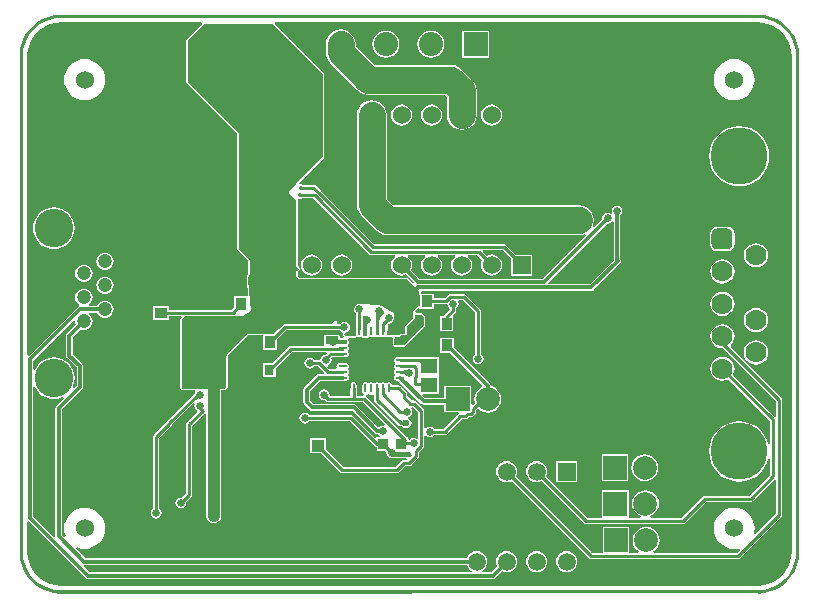
<source format=gbl>
G04 Layer_Physical_Order=2*
G04 Layer_Color=11436288*
%FSLAX24Y24*%
%MOIN*%
G70*
G01*
G75*
%ADD14R,0.0413X0.0394*%
%ADD16C,0.0100*%
%ADD17C,0.1575*%
%ADD18C,0.0886*%
%ADD20C,0.0118*%
%ADD22C,0.0492*%
%ADD23C,0.0394*%
%ADD24C,0.0197*%
%ADD33C,0.0600*%
%ADD34C,0.0472*%
%ADD35C,0.1280*%
%ADD36C,0.0591*%
%ADD37R,0.0591X0.0591*%
%ADD38C,0.0700*%
G04:AMPARAMS|DCode=39|XSize=70mil|YSize=70mil|CornerRadius=17.5mil|HoleSize=0mil|Usage=FLASHONLY|Rotation=90.000|XOffset=0mil|YOffset=0mil|HoleType=Round|Shape=RoundedRectangle|*
%AMROUNDEDRECTD39*
21,1,0.0700,0.0350,0,0,90.0*
21,1,0.0350,0.0700,0,0,90.0*
1,1,0.0350,0.0175,0.0175*
1,1,0.0350,0.0175,-0.0175*
1,1,0.0350,-0.0175,-0.0175*
1,1,0.0350,-0.0175,0.0175*
%
%ADD39ROUNDEDRECTD39*%
%ADD40C,0.1900*%
%ADD41R,0.0600X0.0600*%
%ADD42C,0.0787*%
%ADD43R,0.0787X0.0787*%
%ADD44C,0.1378*%
%ADD45R,0.1378X0.1378*%
%ADD46C,0.0800*%
%ADD47R,0.0800X0.0800*%
%ADD48C,0.0256*%
%ADD49C,0.0252*%
%ADD50C,0.0138*%
%ADD51C,0.0394*%
%ADD52C,0.0236*%
%ADD53R,0.0591X0.1102*%
%ADD54R,0.0354X0.0394*%
%ADD55R,0.0374X0.0413*%
%ADD56R,0.0433X0.0354*%
%ADD57R,0.0571X0.0512*%
%ADD58R,0.0315X0.0354*%
%ADD59R,0.0354X0.0354*%
%ADD60O,0.0315X0.0098*%
%ADD61O,0.0098X0.0315*%
%ADD62R,0.1457X0.1457*%
%ADD63C,0.0051*%
%ADD64C,0.0138*%
%ADD65C,0.1280*%
%ADD66R,0.1141X0.2780*%
%ADD67R,0.0188X0.0182*%
%ADD68R,0.0184X0.0523*%
%ADD69R,0.0551X0.0177*%
%ADD70R,0.0424X0.0284*%
%ADD71R,0.0148X0.0659*%
G36*
X28563Y45066D02*
X28774Y45015D01*
X28974Y44932D01*
X29159Y44819D01*
X29324Y44678D01*
X29465Y44513D01*
X29578Y44328D01*
X29661Y44128D01*
X29712Y43917D01*
X29728Y43705D01*
X29725Y43701D01*
X29725D01*
X29729Y27165D01*
X29712Y26949D01*
X29661Y26738D01*
X29578Y26538D01*
X29465Y26353D01*
X29324Y26188D01*
X29159Y26047D01*
X28974Y25934D01*
X28774Y25851D01*
X28563Y25800D01*
X28351Y25783D01*
X28346Y25787D01*
Y25787D01*
X5118Y25783D01*
X4902Y25800D01*
X4691Y25851D01*
X4491Y25934D01*
X4306Y26047D01*
X4141Y26188D01*
X4000Y26353D01*
X3886Y26538D01*
X3803Y26738D01*
X3753Y26949D01*
X3736Y27161D01*
X3740Y27165D01*
X3740D01*
X3736Y43701D01*
X3753Y43917D01*
X3803Y44128D01*
X3886Y44328D01*
X4000Y44513D01*
X4141Y44678D01*
X4306Y44819D01*
X4491Y44932D01*
X4691Y45015D01*
X4902Y45066D01*
X5114Y45083D01*
X5118Y45079D01*
Y45079D01*
X28346Y45083D01*
X28563Y45066D01*
D02*
G37*
%LPC*%
G36*
X28346Y44976D02*
Y44974D01*
X5118D01*
Y44976D01*
X4919Y44961D01*
X4724Y44914D01*
X4539Y44837D01*
X4368Y44733D01*
X4216Y44603D01*
X4086Y44451D01*
X3982Y44280D01*
X3905Y44095D01*
X3858Y43900D01*
X3846Y43750D01*
X3846Y43750D01*
X3846Y43750D01*
X3843Y43701D01*
X3845Y43701D01*
X3845D01*
Y27165D01*
X3843D01*
X3858Y26966D01*
X3905Y26771D01*
X3982Y26586D01*
X4086Y26416D01*
X4216Y26263D01*
X4368Y26133D01*
X4539Y26029D01*
X4724Y25952D01*
X4919Y25905D01*
X5118Y25890D01*
Y25892D01*
X28346D01*
Y25890D01*
X28546Y25905D01*
X28741Y25952D01*
X28926Y26029D01*
X29096Y26133D01*
X29248Y26263D01*
X29378Y26416D01*
X29483Y26586D01*
X29560Y26771D01*
X29606Y26966D01*
X29622Y27165D01*
X29620D01*
Y43701D01*
X29622D01*
X29606Y43900D01*
X29560Y44095D01*
X29483Y44280D01*
X29378Y44451D01*
X29248Y44603D01*
X29096Y44733D01*
X28926Y44837D01*
X28741Y44914D01*
X28546Y44961D01*
X28346Y44976D01*
D02*
G37*
%LPD*%
G36*
X5594Y34872D02*
X5592Y34858D01*
X5602Y34783D01*
X5615Y34751D01*
X5319Y34454D01*
X5295Y34418D01*
X5286Y34375D01*
Y33716D01*
X5295Y33673D01*
X5319Y33636D01*
X5636Y33320D01*
Y32723D01*
X5549Y32636D01*
X5508Y32666D01*
X5524Y32695D01*
X5563Y32825D01*
X5576Y32961D01*
X5563Y33096D01*
X5524Y33226D01*
X5459Y33346D01*
X5373Y33452D01*
X5268Y33538D01*
X5148Y33602D01*
X5017Y33642D01*
X4882Y33655D01*
X4746Y33642D01*
X4616Y33602D01*
X4496Y33538D01*
X4391Y33452D01*
X4304Y33346D01*
X4250Y33245D01*
X4200Y33257D01*
Y33549D01*
X5546Y34895D01*
X5594Y34872D01*
D02*
G37*
G36*
X17135Y35062D02*
X17135D01*
X17208Y34989D01*
Y34728D01*
X16552Y34071D01*
X16235D01*
X16233Y34263D01*
X16241Y34310D01*
X16266Y34335D01*
X16313Y34344D01*
X16378D01*
X16417Y34360D01*
X16450Y34393D01*
X16585D01*
X16624Y34410D01*
X16640Y34449D01*
Y34682D01*
X16890Y34931D01*
X16906Y34970D01*
Y35069D01*
X17088Y35070D01*
X17135Y35062D01*
D02*
G37*
G36*
X15423Y32415D02*
X15463Y32407D01*
X15502Y32415D01*
X15506Y32418D01*
X15556Y32392D01*
Y32234D01*
X15564Y32195D01*
X15587Y32161D01*
X16364Y31384D01*
X16397Y31361D01*
X16437Y31354D01*
X16499D01*
X16512Y31335D01*
X16568Y31297D01*
X16634Y31284D01*
X16700Y31297D01*
X16756Y31335D01*
X16793Y31391D01*
X16806Y31457D01*
X16793Y31523D01*
X16756Y31579D01*
X16700Y31616D01*
X16670Y31622D01*
Y31673D01*
X16714Y31682D01*
X16773Y31721D01*
X16812Y31781D01*
X16826Y31850D01*
X16812Y31920D01*
X16787Y31958D01*
X16808Y32002D01*
X16853Y32007D01*
X17023Y31837D01*
Y30961D01*
X16973Y30934D01*
X16940Y30956D01*
X16870Y30970D01*
X16800Y30956D01*
X16741Y30917D01*
X16741Y30916D01*
X16688Y30927D01*
X16685Y30939D01*
Y30996D01*
X16640D01*
X15289Y32347D01*
X15270Y32359D01*
X15282Y32411D01*
X15305Y32415D01*
X15338Y32437D01*
X15390D01*
X15423Y32415D01*
D02*
G37*
G36*
X28346Y44829D02*
X28523Y44815D01*
X28695Y44774D01*
X28859Y44706D01*
X29010Y44614D01*
X29144Y44499D01*
X29259Y44364D01*
X29352Y44213D01*
X29420Y44049D01*
X29461Y43877D01*
X29475Y43701D01*
X29475D01*
Y27165D01*
X29475D01*
X29461Y26989D01*
X29420Y26817D01*
X29352Y26653D01*
X29259Y26502D01*
X29144Y26367D01*
X29010Y26252D01*
X28859Y26160D01*
X28695Y26092D01*
X28523Y26051D01*
X28346Y26037D01*
Y26037D01*
X5118D01*
Y26037D01*
X4942Y26051D01*
X4769Y26092D01*
X4606Y26160D01*
X4455Y26252D01*
X4320Y26367D01*
X4205Y26502D01*
X4113Y26653D01*
X4045Y26817D01*
X4004Y26989D01*
X3990Y27165D01*
X3990D01*
Y28182D01*
X4040Y28203D01*
X5944Y26298D01*
X5981Y26274D01*
X6024Y26266D01*
X19504D01*
X19547Y26274D01*
X19583Y26298D01*
X19820Y26535D01*
X19882Y26509D01*
X19972Y26497D01*
X20063Y26509D01*
X20147Y26544D01*
X20220Y26599D01*
X20275Y26672D01*
X20310Y26756D01*
X20322Y26846D01*
X20310Y26937D01*
X20275Y27021D01*
X20220Y27094D01*
X20147Y27149D01*
X20063Y27184D01*
X19972Y27196D01*
X19882Y27184D01*
X19798Y27149D01*
X19725Y27094D01*
X19670Y27021D01*
X19635Y26937D01*
X19623Y26846D01*
X19635Y26756D01*
X19661Y26694D01*
X19457Y26490D01*
X19149D01*
X19139Y26540D01*
X19147Y26544D01*
X19220Y26599D01*
X19275Y26672D01*
X19310Y26756D01*
X19322Y26846D01*
X19310Y26937D01*
X19275Y27021D01*
X19220Y27094D01*
X19147Y27149D01*
X19063Y27184D01*
X18972Y27196D01*
X18882Y27184D01*
X18798Y27149D01*
X18725Y27094D01*
X18670Y27021D01*
X18644Y26959D01*
X5936D01*
X5617Y27278D01*
X5644Y27320D01*
X5772Y27282D01*
X5906Y27268D01*
X6039Y27282D01*
X6167Y27320D01*
X6286Y27384D01*
X6389Y27469D01*
X6475Y27573D01*
X6538Y27691D01*
X6577Y27819D01*
X6590Y27953D01*
X6577Y28086D01*
X6538Y28215D01*
X6475Y28333D01*
X6389Y28437D01*
X6286Y28522D01*
X6167Y28585D01*
X6039Y28624D01*
X5906Y28637D01*
X5772Y28624D01*
X5644Y28585D01*
X5525Y28522D01*
X5422Y28437D01*
X5336Y28333D01*
X5273Y28215D01*
X5234Y28086D01*
X5221Y27953D01*
X5234Y27819D01*
X5273Y27691D01*
X5231Y27665D01*
X5153Y27742D01*
Y31923D01*
X5828Y32597D01*
X5852Y32633D01*
X5860Y32676D01*
Y33366D01*
X5852Y33409D01*
X5828Y33446D01*
X5511Y33762D01*
Y34328D01*
X5774Y34592D01*
X5807Y34578D01*
X5882Y34568D01*
X5957Y34578D01*
X6027Y34607D01*
X6087Y34653D01*
X6133Y34713D01*
X6162Y34783D01*
X6172Y34858D01*
X6162Y34933D01*
X6133Y35003D01*
X6087Y35063D01*
X6042Y35097D01*
X6059Y35147D01*
X6318D01*
X6332Y35115D01*
X6378Y35055D01*
X6438Y35009D01*
X6508Y34980D01*
X6583Y34970D01*
X6658Y34980D01*
X6728Y35009D01*
X6788Y35055D01*
X6834Y35115D01*
X6863Y35185D01*
X6873Y35260D01*
X6863Y35335D01*
X6834Y35405D01*
X6788Y35465D01*
X6728Y35511D01*
X6658Y35540D01*
X6583Y35550D01*
X6508Y35540D01*
X6438Y35511D01*
X6378Y35465D01*
X6332Y35405D01*
X6318Y35372D01*
X6064D01*
X6047Y35422D01*
X6087Y35452D01*
X6133Y35513D01*
X6162Y35582D01*
X6172Y35657D01*
X6162Y35733D01*
X6133Y35802D01*
X6087Y35862D01*
X6027Y35909D01*
X5957Y35937D01*
X5882Y35947D01*
X5807Y35937D01*
X5737Y35909D01*
X5677Y35862D01*
X5631Y35802D01*
X5602Y35733D01*
X5592Y35657D01*
X5602Y35582D01*
X5631Y35513D01*
X5677Y35452D01*
X5723Y35417D01*
X5714Y35366D01*
X5713Y35365D01*
X5709Y35364D01*
X5672Y35339D01*
X4040Y33706D01*
X3990Y33727D01*
Y43651D01*
X3990Y43693D01*
X3998Y43701D01*
X3998D01*
X3998Y43701D01*
X3998Y43701D01*
X3994Y43751D01*
X4004Y43877D01*
X4045Y44049D01*
X4113Y44213D01*
X4205Y44364D01*
X4320Y44499D01*
X4455Y44614D01*
X4606Y44706D01*
X4769Y44774D01*
X4942Y44815D01*
X5118Y44829D01*
Y44829D01*
X9799D01*
X9814Y44810D01*
X9821Y44779D01*
X9309Y44267D01*
X9305Y44257D01*
X9297Y44249D01*
X9293Y44239D01*
X9293Y44228D01*
X9293Y44228D01*
X9289Y44218D01*
Y42837D01*
X9293Y42827D01*
Y42816D01*
X9297Y42806D01*
X9305Y42799D01*
X9305Y42798D01*
X9305D01*
X9309Y42788D01*
X10974Y41124D01*
X10982Y41105D01*
Y37293D01*
X10986Y37283D01*
X10986Y37282D01*
Y37271D01*
X10990Y37262D01*
X10998Y37254D01*
X11002Y37244D01*
X11346Y36899D01*
X11347Y36898D01*
X11347Y36898D01*
Y36898D01*
X11354Y36880D01*
Y36431D01*
X11346Y36412D01*
X11341Y36407D01*
X11340Y36406D01*
X11340Y36405D01*
X11334Y36399D01*
X11329Y36389D01*
X11322Y36381D01*
X11318Y36372D01*
X11318Y36361D01*
X11317Y36360D01*
Y36360D01*
X11313Y36350D01*
Y36225D01*
X11314Y36222D01*
X11314Y36220D01*
X11360Y35728D01*
X11326Y35691D01*
X10894D01*
Y35341D01*
X10794Y35241D01*
X8732D01*
Y35366D01*
X8197D01*
Y34909D01*
X8732D01*
Y35035D01*
X9118D01*
X9126Y35030D01*
X9127Y35030D01*
X9146Y34985D01*
X9109Y34948D01*
X9105Y34938D01*
X9097Y34930D01*
X9093Y34920D01*
X9093Y34909D01*
X9093Y34909D01*
Y34909D01*
X9088Y34899D01*
Y32635D01*
X9093Y32624D01*
X9093Y32613D01*
X9097Y32604D01*
X9105Y32596D01*
X9109Y32586D01*
X9118Y32577D01*
X9128Y32573D01*
X9136Y32565D01*
X9145Y32561D01*
X9156Y32561D01*
X9157Y32561D01*
X9157Y32561D01*
X9167Y32557D01*
X9578D01*
X9599Y32530D01*
X9600Y32516D01*
X9599Y32499D01*
X9587Y32481D01*
X9583Y32461D01*
X8650Y31528D01*
X8628Y31495D01*
X8626Y31485D01*
X8214Y31074D01*
X8192Y31040D01*
X8184Y31001D01*
Y28611D01*
X8158Y28594D01*
X8119Y28534D01*
X8105Y28465D01*
X8119Y28395D01*
X8158Y28335D01*
X8218Y28296D01*
X8287Y28282D01*
X8357Y28296D01*
X8417Y28335D01*
X8456Y28395D01*
X8470Y28465D01*
X8456Y28534D01*
X8417Y28594D01*
X8391Y28611D01*
Y30958D01*
X8806Y31373D01*
X8828Y31407D01*
X8830Y31416D01*
X9534Y32120D01*
X9580Y32095D01*
X9569Y32044D01*
X9583Y31975D01*
X9622Y31916D01*
X9650Y31897D01*
X9658Y31834D01*
X9322Y31499D01*
X9300Y31465D01*
X9292Y31426D01*
Y29120D01*
X9147Y28976D01*
X9117Y28982D01*
X9047Y28968D01*
X8987Y28928D01*
X8948Y28869D01*
X8934Y28799D01*
X8948Y28729D01*
X8987Y28670D01*
X9047Y28630D01*
X9117Y28617D01*
X9186Y28630D01*
X9246Y28670D01*
X9285Y28729D01*
X9299Y28799D01*
X9293Y28830D01*
X9468Y29005D01*
X9490Y29038D01*
X9498Y29078D01*
Y31383D01*
X9903Y31787D01*
X9953Y31769D01*
Y28372D01*
X9972Y28276D01*
X10027Y28194D01*
X10109Y28139D01*
X10206Y28120D01*
X10302Y28139D01*
X10384Y28194D01*
X10439Y28276D01*
X10458Y28372D01*
Y32557D01*
X10559D01*
X10570Y32561D01*
X10581Y32561D01*
X10590Y32565D01*
X10598Y32573D01*
X10608Y32577D01*
X10659Y32627D01*
X10663Y32637D01*
X10663Y32637D01*
X10671Y32645D01*
X10675Y32655D01*
Y32666D01*
X10679Y32676D01*
Y33695D01*
X10687Y33714D01*
X11358Y34385D01*
X11376Y34393D01*
X11821D01*
X11858Y34390D01*
Y33906D01*
X12315D01*
Y34236D01*
X12631Y34552D01*
X14420D01*
X14438Y34526D01*
X14497Y34487D01*
X14503Y34474D01*
X14504Y34434D01*
X14501Y34428D01*
X14505Y34419D01*
X14504Y34410D01*
X14513Y34400D01*
X14518Y34389D01*
X14549Y34357D01*
X14528Y34307D01*
X14416D01*
Y34360D01*
X14400Y34399D01*
X14361Y34416D01*
X13937D01*
X13898Y34399D01*
X13882Y34360D01*
Y34076D01*
X13856Y34037D01*
X12773D01*
X12733Y34030D01*
X12700Y34007D01*
X12149Y33457D01*
X11858D01*
Y33000D01*
X12276D01*
Y33291D01*
X12816Y33831D01*
X13961D01*
X13980Y33785D01*
X13927Y33732D01*
X13884Y33723D01*
X13825Y33684D01*
X13786Y33625D01*
X13781Y33600D01*
X13726Y33562D01*
X13561D01*
X13544Y33588D01*
X13485Y33628D01*
X13415Y33642D01*
X13345Y33628D01*
X13286Y33588D01*
X13246Y33529D01*
X13232Y33459D01*
X13246Y33389D01*
X13286Y33330D01*
X13345Y33290D01*
X13415Y33276D01*
X13485Y33290D01*
X13544Y33330D01*
X13561Y33356D01*
X13683D01*
X13872Y33167D01*
X13894Y33145D01*
X13874Y33095D01*
X13714D01*
X13671Y33086D01*
X13634Y33062D01*
X13235Y32662D01*
X13210Y32626D01*
X13202Y32583D01*
Y32164D01*
X13210Y32121D01*
X13235Y32084D01*
X13412Y31907D01*
X13449Y31882D01*
X13492Y31874D01*
X14841D01*
X15584Y31131D01*
X15620Y31107D01*
X15663Y31098D01*
X15696D01*
X15707Y31081D01*
X15760Y31046D01*
X15760Y31022D01*
X15752Y30996D01*
X15638D01*
Y30991D01*
X15592Y30972D01*
X14868Y31695D01*
X14835Y31717D01*
X14795Y31725D01*
X13392D01*
X13375Y31751D01*
X13316Y31791D01*
X13246Y31805D01*
X13176Y31791D01*
X13117Y31751D01*
X13077Y31692D01*
X13063Y31622D01*
X13077Y31552D01*
X13117Y31493D01*
X13176Y31453D01*
X13246Y31439D01*
X13316Y31453D01*
X13375Y31493D01*
X13392Y31519D01*
X14753D01*
X15577Y30695D01*
X15610Y30672D01*
X15638Y30667D01*
Y30539D01*
X15926D01*
X15964Y30496D01*
X15960Y30474D01*
X15974Y30405D01*
X16013Y30345D01*
X16072Y30306D01*
X16142Y30292D01*
X16212Y30306D01*
X16219Y30310D01*
X16220Y30310D01*
X16635D01*
X16662Y30260D01*
X16653Y30247D01*
X16561D01*
X16522Y30239D01*
X16488Y30217D01*
X16276Y30005D01*
X14531D01*
X13939Y30597D01*
Y30957D01*
X13423D01*
Y30461D01*
X13783D01*
X14415Y29829D01*
X14449Y29806D01*
X14488Y29798D01*
X16319D01*
X16358Y29806D01*
X16392Y29829D01*
X16604Y30041D01*
X16731D01*
X16771Y30049D01*
X16804Y30071D01*
X17033Y30300D01*
X17055Y30333D01*
X17063Y30373D01*
Y30500D01*
X17199Y30636D01*
X17221Y30669D01*
X17229Y30709D01*
Y31022D01*
X17279Y31037D01*
X17338Y30998D01*
X17408Y30984D01*
X17478Y30998D01*
X17537Y31037D01*
X17554Y31063D01*
X17911D01*
X17951Y31071D01*
X17984Y31094D01*
X18476Y31585D01*
X18600D01*
X18639Y31593D01*
X18673Y31615D01*
X18723Y31666D01*
X18782D01*
X18822Y31674D01*
X18855Y31696D01*
X18914Y31755D01*
X18937Y31789D01*
X18944Y31828D01*
Y31887D01*
X19005Y31948D01*
X19029Y31946D01*
X19122Y31875D01*
X19230Y31830D01*
X19346Y31815D01*
X19463Y31830D01*
X19571Y31875D01*
X19664Y31946D01*
X19735Y32039D01*
X19780Y32148D01*
X19795Y32264D01*
X19780Y32380D01*
X19735Y32488D01*
X19664Y32581D01*
X19571Y32652D01*
X19463Y32697D01*
X19457Y32698D01*
X19450Y32734D01*
X19426Y32770D01*
X18211Y33986D01*
Y34303D01*
X17754D01*
Y33807D01*
X18071D01*
X19164Y32715D01*
X19154Y32666D01*
X19122Y32652D01*
X19029Y32581D01*
X18958Y32488D01*
X18913Y32380D01*
X18898Y32264D01*
X18913Y32148D01*
X18913Y32148D01*
X18838Y32072D01*
X18791Y32091D01*
Y32709D01*
X17902D01*
Y32307D01*
X17252D01*
X17166Y32393D01*
X17185Y32439D01*
X17718D01*
Y33053D01*
X17719D01*
Y33069D01*
X17718D01*
Y33683D01*
X17045D01*
Y33676D01*
X16417D01*
X16413Y33675D01*
X16309D01*
X16270Y33667D01*
X16237Y33645D01*
X16214Y33612D01*
X16207Y33573D01*
X16214Y33534D01*
X16237Y33500D01*
Y33448D01*
X16214Y33415D01*
X16207Y33376D01*
X16214Y33337D01*
X16237Y33304D01*
Y33252D01*
X16214Y33218D01*
X16207Y33179D01*
X16214Y33140D01*
X16237Y33107D01*
Y33055D01*
X16214Y33021D01*
X16207Y32982D01*
X16214Y32943D01*
X16237Y32910D01*
X16270Y32888D01*
X16309Y32880D01*
X16361D01*
X17126Y32115D01*
X17162Y32091D01*
X17205Y32082D01*
X17902D01*
Y31819D01*
X18357D01*
X18372Y31769D01*
X18360Y31761D01*
X17869Y31270D01*
X17554D01*
X17537Y31296D01*
X17478Y31335D01*
X17408Y31349D01*
X17338Y31335D01*
X17279Y31296D01*
X17229Y31311D01*
Y31880D01*
X17221Y31919D01*
X17199Y31953D01*
X16963Y32188D01*
X16930Y32211D01*
X16891Y32219D01*
X16812D01*
X16667Y32363D01*
Y32442D01*
X16659Y32481D01*
X16637Y32515D01*
X16461Y32691D01*
X16427Y32713D01*
X16388Y32721D01*
X16156D01*
Y32726D01*
X16148Y32766D01*
X16126Y32799D01*
X16092Y32821D01*
X16053Y32829D01*
X16014Y32821D01*
X15981Y32799D01*
X15929D01*
X15895Y32821D01*
X15856Y32829D01*
X15817Y32821D01*
X15784Y32799D01*
X15732D01*
X15699Y32821D01*
X15659Y32829D01*
X15620Y32821D01*
X15587Y32799D01*
X15535D01*
X15502Y32821D01*
X15463Y32829D01*
X15423Y32821D01*
X15390Y32799D01*
X15338D01*
X15305Y32821D01*
X15266Y32829D01*
X15227Y32821D01*
X15193Y32799D01*
X15171Y32766D01*
X15163Y32726D01*
Y32510D01*
X15171Y32471D01*
X15193Y32437D01*
X15209Y32427D01*
X15194Y32377D01*
X14975D01*
Y32618D01*
X14974Y32622D01*
Y32726D01*
X14967Y32766D01*
X14944Y32799D01*
X14911Y32821D01*
X14872Y32829D01*
X14833Y32821D01*
X14800Y32799D01*
X14777Y32766D01*
X14770Y32726D01*
Y32622D01*
X14769Y32618D01*
Y32377D01*
X14103D01*
X14081Y32404D01*
X14067Y32473D01*
X14028Y32533D01*
X13968Y32572D01*
X13898Y32586D01*
X13829Y32572D01*
X13769Y32533D01*
X13730Y32473D01*
X13716Y32404D01*
X13730Y32334D01*
X13769Y32274D01*
X13829Y32235D01*
X13898Y32221D01*
X13914Y32224D01*
X13937Y32201D01*
X13971Y32178D01*
X14010Y32170D01*
X15174D01*
X15916Y31429D01*
X15891Y31382D01*
X15837Y31393D01*
X15767Y31379D01*
X15707Y31340D01*
X15694Y31339D01*
X14967Y32066D01*
X14931Y32090D01*
X14888Y32099D01*
X13538D01*
X13427Y32210D01*
Y32536D01*
X13760Y32870D01*
X14508D01*
X14551Y32878D01*
X14553Y32880D01*
X14616D01*
X14655Y32888D01*
X14689Y32910D01*
X14711Y32943D01*
X14718Y32982D01*
X14711Y33021D01*
X14689Y33055D01*
Y33107D01*
X14711Y33140D01*
X14718Y33179D01*
X14711Y33218D01*
X14689Y33252D01*
Y33304D01*
X14711Y33337D01*
X14718Y33376D01*
X14711Y33415D01*
X14689Y33448D01*
X14655Y33471D01*
X14616Y33478D01*
X14400D01*
X14360Y33471D01*
X14327Y33448D01*
X14305Y33415D01*
X14297Y33376D01*
X14305Y33337D01*
X14308Y33332D01*
X14281Y33282D01*
X14049D01*
X14018Y33313D01*
X13996Y33335D01*
X14010Y33383D01*
X14024Y33386D01*
X14083Y33426D01*
X14123Y33485D01*
X14137Y33555D01*
X14123Y33625D01*
X14118Y33632D01*
X14153Y33667D01*
X14508D01*
X14512Y33667D01*
X14616D01*
X14655Y33675D01*
X14689Y33697D01*
X14711Y33731D01*
X14718Y33770D01*
X14711Y33809D01*
X14689Y33842D01*
Y33894D01*
X14711Y33927D01*
X14718Y33967D01*
X14711Y34006D01*
X14689Y34039D01*
X14687Y34040D01*
X14701Y34075D01*
Y34110D01*
X14711Y34124D01*
X14718Y34163D01*
X14711Y34203D01*
X14701Y34217D01*
Y34252D01*
X14698Y34261D01*
X14731Y34311D01*
X14902Y34312D01*
X14931D01*
X14933Y34312D01*
X14934Y34312D01*
X14948Y34319D01*
X14970Y34328D01*
X14970D01*
X15017Y34333D01*
X15030Y34325D01*
X15069Y34317D01*
X15108Y34325D01*
X15118Y34331D01*
X15151Y34321D01*
X15191Y34305D01*
X15339D01*
X15378Y34321D01*
X15423Y34325D01*
X15463Y34317D01*
X15502Y34325D01*
X15526Y34341D01*
X15541Y34347D01*
X15587Y34347D01*
X15620Y34325D01*
X15659Y34317D01*
X15699Y34325D01*
X15714Y34335D01*
X15724Y34335D01*
X15726Y34335D01*
X15728Y34334D01*
X15746Y34342D01*
X15764Y34347D01*
X15808Y34330D01*
X15811Y34329D01*
X15817Y34325D01*
X15856Y34317D01*
X15895Y34325D01*
X15919Y34341D01*
X15929Y34347D01*
X15929Y34347D01*
X15930Y34347D01*
X15973Y34347D01*
X15986Y34343D01*
X16014Y34325D01*
X16053Y34317D01*
X16092Y34325D01*
X16121Y34344D01*
X16143D01*
X16151Y34340D01*
X16182Y34294D01*
X16179Y34271D01*
X16180Y34267D01*
X16178Y34262D01*
X16179Y34071D01*
X16187Y34051D01*
X16195Y34032D01*
X16196Y34032D01*
X16196Y34032D01*
X16215Y34024D01*
X16235Y34016D01*
X16552D01*
X16580Y34027D01*
X16591Y34032D01*
X16919Y34360D01*
X17248Y34688D01*
X17264Y34728D01*
Y34989D01*
X17248Y35029D01*
X17175Y35102D01*
X17159Y35108D01*
X17144Y35117D01*
X17097Y35124D01*
X17092Y35123D01*
X17088Y35125D01*
X16973Y35125D01*
X16928Y35169D01*
X16928Y35200D01*
X17035Y35307D01*
X17043Y35305D01*
X17085Y35283D01*
X17085D01*
X17134Y35283D01*
X17541D01*
Y35428D01*
X17962D01*
X18017Y35391D01*
X18022Y35366D01*
X18062Y35307D01*
X18068Y35303D01*
X18072Y35246D01*
X17899Y35073D01*
X17877Y35039D01*
X17876Y35031D01*
X17744D01*
Y34535D01*
X18201D01*
Y35031D01*
X18201Y35031D01*
X18201D01*
X18196Y35078D01*
X18264Y35146D01*
X18286Y35179D01*
X18294Y35219D01*
Y35290D01*
X18320Y35307D01*
X18360Y35366D01*
X18374Y35436D01*
X18360Y35506D01*
X18352Y35518D01*
X18375Y35563D01*
X18510D01*
X18924Y35149D01*
Y33757D01*
X18898Y33740D01*
X18858Y33681D01*
X18844Y33611D01*
X18858Y33541D01*
X18898Y33481D01*
X18957Y33442D01*
X19027Y33428D01*
X19097Y33442D01*
X19156Y33481D01*
X19196Y33541D01*
X19209Y33611D01*
X19196Y33681D01*
X19156Y33740D01*
X19130Y33757D01*
Y35191D01*
X19122Y35231D01*
X19113Y35244D01*
X19100Y35264D01*
X18625Y35739D01*
X18592Y35761D01*
X18552Y35769D01*
X18096D01*
X18057Y35761D01*
X18023Y35739D01*
X17919Y35635D01*
X17541D01*
Y35780D01*
X17123D01*
Y35834D01*
X17134Y35847D01*
X17169Y35872D01*
X22802D01*
X22845Y35880D01*
X22882Y35905D01*
X23767Y36790D01*
X23792Y36827D01*
X23800Y36870D01*
X23792Y36913D01*
X23767Y36949D01*
X23765Y36952D01*
Y38388D01*
X23782Y38400D01*
X23821Y38459D01*
X23835Y38529D01*
X23821Y38599D01*
X23782Y38658D01*
X23722Y38697D01*
X23652Y38711D01*
X23582Y38697D01*
X23523Y38658D01*
X23484Y38599D01*
X23470Y38529D01*
X23482Y38467D01*
X23464Y38447D01*
X23442Y38434D01*
X23408Y38456D01*
X23338Y38470D01*
X23268Y38456D01*
X23209Y38417D01*
X23169Y38357D01*
X23155Y38287D01*
X23159Y38268D01*
X22878Y37987D01*
X22836Y38015D01*
X22869Y38095D01*
X22886Y38224D01*
X22869Y38353D01*
X22819Y38473D01*
X22740Y38576D01*
X22637Y38656D01*
X22516Y38705D01*
X22387Y38722D01*
X16196D01*
X15971Y38948D01*
Y41732D01*
X15954Y41861D01*
X15904Y41981D01*
X15825Y42085D01*
X15722Y42164D01*
X15601Y42214D01*
X15472Y42231D01*
X15343Y42214D01*
X15223Y42164D01*
X15120Y42085D01*
X15041Y41981D01*
X14991Y41861D01*
X14974Y41732D01*
Y38741D01*
X14991Y38612D01*
X15041Y38492D01*
X15120Y38389D01*
X15637Y37872D01*
X15741Y37792D01*
X15861Y37743D01*
X15990Y37726D01*
X22387D01*
X22516Y37743D01*
X22597Y37776D01*
X22625Y37733D01*
X21173Y36282D01*
X17082D01*
X16788Y36576D01*
X16815Y36641D01*
X16827Y36732D01*
X16815Y36824D01*
X16779Y36909D01*
X16723Y36983D01*
X16684Y37013D01*
X16700Y37063D01*
X17244D01*
X17261Y37013D01*
X17222Y36983D01*
X17166Y36909D01*
X17130Y36824D01*
X17118Y36732D01*
X17130Y36641D01*
X17166Y36555D01*
X17222Y36482D01*
X17295Y36426D01*
X17381Y36390D01*
X17472Y36378D01*
X17564Y36390D01*
X17650Y36426D01*
X17723Y36482D01*
X17779Y36555D01*
X17815Y36641D01*
X17827Y36732D01*
X17815Y36824D01*
X17779Y36909D01*
X17723Y36983D01*
X17684Y37013D01*
X17700Y37063D01*
X18244D01*
X18261Y37013D01*
X18222Y36983D01*
X18166Y36909D01*
X18130Y36824D01*
X18118Y36732D01*
X18130Y36641D01*
X18166Y36555D01*
X18222Y36482D01*
X18295Y36426D01*
X18381Y36390D01*
X18472Y36378D01*
X18564Y36390D01*
X18650Y36426D01*
X18723Y36482D01*
X18779Y36555D01*
X18815Y36641D01*
X18827Y36732D01*
X18815Y36824D01*
X18779Y36909D01*
X18723Y36983D01*
X18684Y37013D01*
X18700Y37063D01*
X18996D01*
X19161Y36898D01*
X19130Y36824D01*
X19118Y36732D01*
X19130Y36641D01*
X19166Y36555D01*
X19222Y36482D01*
X19295Y36426D01*
X19381Y36390D01*
X19472Y36378D01*
X19564Y36390D01*
X19650Y36426D01*
X19723Y36482D01*
X19779Y36555D01*
X19815Y36641D01*
X19827Y36732D01*
X19815Y36824D01*
X19779Y36909D01*
X19723Y36983D01*
X19650Y37039D01*
X19564Y37074D01*
X19472Y37086D01*
X19381Y37074D01*
X19307Y37044D01*
X19179Y37172D01*
X19198Y37218D01*
X19841D01*
X20121Y36938D01*
Y36381D01*
X20824D01*
Y37083D01*
X20267D01*
X19956Y37394D01*
X19923Y37417D01*
X19883Y37424D01*
X15565D01*
X13808Y39181D01*
X13808Y39181D01*
X13796Y39193D01*
X13605Y39384D01*
X13572Y39407D01*
X13532Y39415D01*
X13164D01*
X13150Y39425D01*
X13103Y39434D01*
X13083Y39430D01*
X13058Y39476D01*
X13877Y40294D01*
X13881Y40305D01*
X13889Y40312D01*
X13893Y40322D01*
X13893Y40333D01*
X13893Y40334D01*
X13897Y40343D01*
Y43082D01*
X13893Y43092D01*
Y43103D01*
X13889Y43113D01*
X13881Y43121D01*
X13877Y43131D01*
X12228Y44779D01*
X12236Y44810D01*
X12250Y44829D01*
X28346D01*
Y44829D01*
D02*
G37*
G36*
X23540Y38178D02*
Y36905D01*
X23544Y36885D01*
X22756Y36097D01*
X21371D01*
X21352Y36143D01*
X23318Y38109D01*
X23338Y38105D01*
X23408Y38119D01*
X23467Y38158D01*
X23490Y38193D01*
X23540Y38178D01*
D02*
G37*
G36*
X15391Y37093D02*
X15424Y37071D01*
X15464Y37063D01*
X16244D01*
X16261Y37013D01*
X16222Y36983D01*
X16166Y36909D01*
X16130Y36824D01*
X16118Y36732D01*
X16130Y36641D01*
X16166Y36555D01*
X16222Y36482D01*
X16295Y36426D01*
X16381Y36390D01*
X16472Y36378D01*
X16564Y36390D01*
X16629Y36417D01*
X16884Y36162D01*
X16884Y36162D01*
X16861Y36114D01*
X16861Y36114D01*
X16681Y36294D01*
X16671Y36298D01*
X16663Y36306D01*
X16653Y36310D01*
X16642Y36310D01*
X16642Y36310D01*
X16632Y36314D01*
X13073D01*
X13054Y36322D01*
X13021Y36355D01*
X13014Y36372D01*
X13013Y36374D01*
Y36519D01*
X13013Y36519D01*
X13047Y36541D01*
X13069Y36575D01*
X13077Y36614D01*
X13069Y36654D01*
X13047Y36687D01*
X13013Y36709D01*
X13013Y36709D01*
Y38861D01*
X13009Y38871D01*
Y38882D01*
X13005Y38892D01*
X12997Y38900D01*
X12997Y38900D01*
X13000Y38905D01*
X13034Y38942D01*
X13081Y38933D01*
X13128Y38942D01*
X13142Y38952D01*
X13532D01*
X15391Y37093D01*
D02*
G37*
G36*
X15630Y35276D02*
X15817D01*
X15886Y35207D01*
Y35128D01*
X15778Y35020D01*
X15735Y34850D01*
X15728Y34793D01*
Y34390D01*
X15610Y34400D01*
Y35295D01*
X15630Y35276D01*
D02*
G37*
G36*
X4304Y32575D02*
X4391Y32470D01*
X4496Y32383D01*
X4616Y32319D01*
X4746Y32279D01*
X4882Y32266D01*
X5017Y32279D01*
X5148Y32319D01*
X5176Y32334D01*
X5206Y32294D01*
X4960Y32047D01*
X4936Y32011D01*
X4927Y31968D01*
X4929Y31960D01*
Y27703D01*
X4911Y27690D01*
X4881Y27680D01*
X4200Y28360D01*
Y32664D01*
X4250Y32676D01*
X4304Y32575D01*
D02*
G37*
G36*
X18670Y26672D02*
X18725Y26599D01*
X18798Y26544D01*
X18806Y26540D01*
X18796Y26490D01*
X6070D01*
X5874Y26686D01*
X5884Y26716D01*
X5897Y26734D01*
X18644D01*
X18670Y26672D01*
D02*
G37*
G36*
X12176Y44754D02*
X12179Y44752D01*
X12181Y44748D01*
X13837Y43092D01*
X13842Y43082D01*
Y40343D01*
X13837Y40334D01*
X12961Y39457D01*
X12961Y39456D01*
X12960Y39456D01*
X12953Y39437D01*
X12948Y39426D01*
X12709Y39187D01*
Y39133D01*
X12725Y39118D01*
X12730Y39107D01*
X12737Y39088D01*
X12738Y39088D01*
X12738Y39087D01*
X12954Y38871D01*
X12958Y38861D01*
Y36695D01*
X12960Y36690D01*
X12959Y36684D01*
X12968Y36671D01*
X12971Y36664D01*
Y36564D01*
X12968Y36557D01*
X12959Y36544D01*
X12960Y36538D01*
X12958Y36533D01*
Y36363D01*
X12963Y36351D01*
X12974Y36323D01*
X13023Y36275D01*
X13062Y36258D01*
X13062D01*
D01*
X16632D01*
X16642Y36254D01*
X16858Y36038D01*
X16868Y36034D01*
X16876Y36026D01*
X16887D01*
X16889Y36026D01*
X17072Y35843D01*
X17068Y35834D01*
Y35768D01*
X17081Y35737D01*
Y35413D01*
X17042Y35374D01*
X17040Y35373D01*
X17029D01*
X17021Y35366D01*
X17011Y35361D01*
X16854Y35204D01*
X16850Y35196D01*
Y34970D01*
X16585Y34705D01*
Y34449D01*
X16427D01*
X16378Y34400D01*
X16004D01*
X15994Y34409D01*
X16004Y34669D01*
X16112Y34783D01*
X16240Y34911D01*
Y35089D01*
X16251Y35100D01*
X15829Y35355D01*
X15798Y35375D01*
X15793Y35376D01*
X15765Y35393D01*
X15074Y35438D01*
X15069Y35439D01*
X15066Y35438D01*
X14990Y35443D01*
X14902Y35347D01*
X14907Y35337D01*
X14900Y35326D01*
X14886Y35256D01*
X14900Y35186D01*
X14940Y35127D01*
X14966Y35109D01*
Y34606D01*
X14967Y34602D01*
Y34419D01*
X14968Y34410D01*
X14968Y34410D01*
X14930Y34367D01*
X14659Y34366D01*
X14612Y34373D01*
X14612D01*
X14557Y34428D01*
X14580Y34475D01*
X14637Y34487D01*
X14696Y34526D01*
X14736Y34586D01*
X14750Y34656D01*
X14736Y34725D01*
X14696Y34785D01*
X14637Y34824D01*
X14567Y34838D01*
X14497Y34824D01*
X14438Y34785D01*
X14420Y34759D01*
X14306D01*
X14305Y34903D01*
X14232Y34882D01*
X14144Y34759D01*
X12589D01*
X12549Y34751D01*
X12516Y34728D01*
X12378Y34591D01*
X12341Y34591D01*
X12186Y34435D01*
X11894D01*
X11891Y34436D01*
X11874Y34445D01*
X11825Y34448D01*
X11823Y34448D01*
X11821Y34448D01*
X11365D01*
X11326Y34432D01*
X10640Y33746D01*
X10623Y33706D01*
Y32676D01*
X10619Y32666D01*
X10569Y32616D01*
X10559Y32612D01*
X10446D01*
X10416Y32599D01*
X9623D01*
X9619Y32601D01*
X9608Y32610D01*
X9600Y32609D01*
X9592Y32612D01*
X9167D01*
X9157Y32616D01*
X9148Y32625D01*
X9144Y32635D01*
Y34899D01*
X9148Y34909D01*
X9201Y34961D01*
X9205Y34971D01*
X9213Y34979D01*
Y34990D01*
X9213Y34992D01*
X9250Y35028D01*
X11184D01*
X11465Y35191D01*
X11369Y36225D01*
Y36350D01*
X11373Y36360D01*
X11379Y36366D01*
X11380D01*
Y36367D01*
X11393Y36381D01*
X11410Y36420D01*
Y36891D01*
X11398Y36919D01*
X11393Y36931D01*
X11041Y37283D01*
X11037Y37293D01*
Y41116D01*
X11021Y41155D01*
X9348Y42828D01*
X9344Y42837D01*
Y44218D01*
X9348Y44228D01*
X9869Y44748D01*
X9871Y44752D01*
X9874Y44754D01*
X9876Y44763D01*
X12173D01*
X12176Y44754D01*
D02*
G37*
%LPC*%
G36*
X6583Y36349D02*
X6508Y36339D01*
X6438Y36310D01*
X6378Y36264D01*
X6332Y36204D01*
X6303Y36134D01*
X6293Y36059D01*
X6303Y35984D01*
X6332Y35914D01*
X6378Y35854D01*
X6438Y35808D01*
X6508Y35779D01*
X6583Y35769D01*
X6658Y35779D01*
X6728Y35808D01*
X6788Y35854D01*
X6834Y35914D01*
X6863Y35984D01*
X6873Y36059D01*
X6863Y36134D01*
X6834Y36204D01*
X6788Y36264D01*
X6728Y36310D01*
X6658Y36339D01*
X6583Y36349D01*
D02*
G37*
G36*
X28285Y35303D02*
X28181Y35289D01*
X28083Y35249D01*
X27999Y35185D01*
X27935Y35101D01*
X27894Y35003D01*
X27881Y34898D01*
X27894Y34794D01*
X27935Y34696D01*
X27999Y34612D01*
X28083Y34548D01*
X28181Y34508D01*
X28285Y34494D01*
X28390Y34508D01*
X28488Y34548D01*
X28571Y34612D01*
X28636Y34696D01*
X28676Y34794D01*
X28690Y34898D01*
X28676Y35003D01*
X28636Y35101D01*
X28571Y35185D01*
X28488Y35249D01*
X28390Y35289D01*
X28285Y35303D01*
D02*
G37*
G36*
X27165Y35843D02*
X27061Y35829D01*
X26963Y35789D01*
X26879Y35725D01*
X26815Y35641D01*
X26774Y35543D01*
X26761Y35438D01*
X26774Y35334D01*
X26815Y35236D01*
X26879Y35152D01*
X26963Y35088D01*
X27061Y35048D01*
X27165Y35034D01*
X27270Y35048D01*
X27368Y35088D01*
X27451Y35152D01*
X27516Y35236D01*
X27556Y35334D01*
X27570Y35438D01*
X27556Y35543D01*
X27516Y35641D01*
X27451Y35725D01*
X27368Y35789D01*
X27270Y35829D01*
X27165Y35843D01*
D02*
G37*
G36*
X22319Y30193D02*
X21626D01*
Y29500D01*
X22319D01*
Y30193D01*
D02*
G37*
G36*
X21972Y27196D02*
X21882Y27184D01*
X21798Y27149D01*
X21725Y27094D01*
X21670Y27021D01*
X21635Y26937D01*
X21623Y26846D01*
X21635Y26756D01*
X21670Y26672D01*
X21725Y26599D01*
X21798Y26544D01*
X21882Y26509D01*
X21972Y26497D01*
X22063Y26509D01*
X22147Y26544D01*
X22220Y26599D01*
X22275Y26672D01*
X22310Y26756D01*
X22322Y26846D01*
X22310Y26937D01*
X22275Y27021D01*
X22220Y27094D01*
X22147Y27149D01*
X22063Y27184D01*
X21972Y27196D01*
D02*
G37*
G36*
X20972D02*
X20882Y27184D01*
X20798Y27149D01*
X20725Y27094D01*
X20670Y27021D01*
X20635Y26937D01*
X20623Y26846D01*
X20635Y26756D01*
X20670Y26672D01*
X20725Y26599D01*
X20798Y26544D01*
X20882Y26509D01*
X20972Y26497D01*
X21063Y26509D01*
X21147Y26544D01*
X21220Y26599D01*
X21275Y26672D01*
X21310Y26756D01*
X21322Y26846D01*
X21310Y26937D01*
X21275Y27021D01*
X21220Y27094D01*
X21147Y27149D01*
X21063Y27184D01*
X20972Y27196D01*
D02*
G37*
G36*
X24583Y30429D02*
X24467Y30414D01*
X24358Y30369D01*
X24265Y30298D01*
X24194Y30205D01*
X24149Y30096D01*
X24134Y29980D01*
X24149Y29864D01*
X24194Y29756D01*
X24265Y29663D01*
X24358Y29592D01*
X24467Y29547D01*
X24583Y29532D01*
X24699Y29547D01*
X24807Y29592D01*
X24900Y29663D01*
X24971Y29756D01*
X25016Y29864D01*
X25031Y29980D01*
X25016Y30096D01*
X24971Y30205D01*
X24900Y30298D01*
X24807Y30369D01*
X24699Y30414D01*
X24583Y30429D01*
D02*
G37*
G36*
X28285Y34223D02*
X28181Y34209D01*
X28083Y34169D01*
X27999Y34105D01*
X27935Y34021D01*
X27894Y33923D01*
X27881Y33818D01*
X27894Y33714D01*
X27935Y33616D01*
X27999Y33532D01*
X28083Y33468D01*
X28181Y33428D01*
X28285Y33414D01*
X28390Y33428D01*
X28488Y33468D01*
X28571Y33532D01*
X28636Y33616D01*
X28676Y33714D01*
X28690Y33818D01*
X28676Y33923D01*
X28636Y34021D01*
X28571Y34105D01*
X28488Y34169D01*
X28390Y34209D01*
X28285Y34223D01*
D02*
G37*
G36*
X27165Y34763D02*
X27061Y34749D01*
X26963Y34709D01*
X26879Y34645D01*
X26815Y34561D01*
X26774Y34463D01*
X26761Y34358D01*
X26774Y34254D01*
X26815Y34156D01*
X26879Y34072D01*
X26963Y34008D01*
X27061Y33968D01*
X27165Y33954D01*
X27198Y33958D01*
X28963Y32193D01*
Y31695D01*
X28962Y31694D01*
X28913Y31677D01*
X27515Y33075D01*
X27516Y33076D01*
X27556Y33174D01*
X27570Y33278D01*
X27556Y33383D01*
X27516Y33481D01*
X27451Y33565D01*
X27368Y33629D01*
X27270Y33669D01*
X27165Y33683D01*
X27061Y33669D01*
X26963Y33629D01*
X26879Y33565D01*
X26815Y33481D01*
X26774Y33383D01*
X26761Y33278D01*
X26774Y33174D01*
X26815Y33076D01*
X26879Y32992D01*
X26963Y32928D01*
X27061Y32888D01*
X27165Y32874D01*
X27270Y32888D01*
X27368Y32928D01*
X27369Y32929D01*
X28749Y31549D01*
Y30764D01*
X28699Y30757D01*
X28655Y30903D01*
X28562Y31077D01*
X28437Y31230D01*
X28284Y31355D01*
X28110Y31448D01*
X27922Y31505D01*
X27725Y31524D01*
X27529Y31505D01*
X27340Y31448D01*
X27166Y31355D01*
X27014Y31230D01*
X26889Y31077D01*
X26796Y30903D01*
X26739Y30715D01*
X26719Y30518D01*
X26739Y30322D01*
X26796Y30133D01*
X26889Y29960D01*
X27014Y29807D01*
X27166Y29682D01*
X27340Y29589D01*
X27529Y29532D01*
X27725Y29512D01*
X27922Y29532D01*
X28110Y29589D01*
X28284Y29682D01*
X28437Y29807D01*
X28562Y29960D01*
X28655Y30133D01*
X28699Y30280D01*
X28749Y30272D01*
Y29731D01*
X28068Y29049D01*
X26592D01*
X26552Y29041D01*
X26519Y29019D01*
X25813Y28313D01*
X24770D01*
X24760Y28363D01*
X24827Y28391D01*
X24920Y28462D01*
X24991Y28555D01*
X25036Y28663D01*
X25051Y28780D01*
X25036Y28896D01*
X24991Y29004D01*
X24920Y29097D01*
X24827Y29168D01*
X24718Y29213D01*
X24602Y29228D01*
X24486Y29213D01*
X24378Y29168D01*
X24285Y29097D01*
X24214Y29004D01*
X24169Y28896D01*
X24154Y28780D01*
X24169Y28663D01*
X24214Y28555D01*
X24285Y28462D01*
X24378Y28391D01*
X24444Y28363D01*
X24434Y28313D01*
X24088D01*
X24047Y28335D01*
X24047Y28363D01*
Y29224D01*
X23157D01*
Y28363D01*
X23157Y28335D01*
X23116Y28313D01*
X23116Y28313D01*
X22651D01*
X21280Y29684D01*
X21310Y29756D01*
X21322Y29846D01*
X21310Y29937D01*
X21275Y30021D01*
X21220Y30094D01*
X21147Y30149D01*
X21063Y30184D01*
X20972Y30196D01*
X20882Y30184D01*
X20798Y30149D01*
X20725Y30094D01*
X20670Y30021D01*
X20635Y29937D01*
X20623Y29846D01*
X20635Y29756D01*
X20670Y29672D01*
X20725Y29599D01*
X20798Y29544D01*
X20882Y29509D01*
X20972Y29497D01*
X21063Y29509D01*
X21134Y29539D01*
X22536Y28137D01*
X22569Y28115D01*
X22609Y28107D01*
X25856D01*
X25895Y28115D01*
X25929Y28137D01*
X26634Y28843D01*
X28110D01*
X28150Y28851D01*
X28183Y28873D01*
X28913Y29603D01*
X28962Y29586D01*
X28963Y29585D01*
Y28454D01*
X28263Y27753D01*
X28218Y27780D01*
X28230Y27819D01*
X28243Y27953D01*
X28230Y28086D01*
X28191Y28215D01*
X28128Y28333D01*
X28043Y28437D01*
X27939Y28522D01*
X27821Y28585D01*
X27693Y28624D01*
X27559Y28637D01*
X27426Y28624D01*
X27297Y28585D01*
X27179Y28522D01*
X27075Y28437D01*
X26990Y28333D01*
X26927Y28215D01*
X26888Y28086D01*
X26875Y27953D01*
X26888Y27819D01*
X26927Y27691D01*
X26990Y27573D01*
X27075Y27469D01*
X27179Y27384D01*
X27297Y27320D01*
X27426Y27282D01*
X27559Y27268D01*
X27693Y27282D01*
X27732Y27293D01*
X27758Y27249D01*
X27645Y27136D01*
X24884D01*
X24867Y27186D01*
X24939Y27242D01*
X25011Y27335D01*
X25055Y27443D01*
X25071Y27559D01*
X25055Y27675D01*
X25011Y27783D01*
X24939Y27876D01*
X24846Y27948D01*
X24738Y27992D01*
X24622Y28008D01*
X24506Y27992D01*
X24398Y27948D01*
X24305Y27876D01*
X24233Y27783D01*
X24189Y27675D01*
X24173Y27559D01*
X24189Y27443D01*
X24233Y27335D01*
X24305Y27242D01*
X24377Y27186D01*
X24360Y27136D01*
X24067D01*
Y28004D01*
X23177D01*
Y27136D01*
X22829D01*
X20280Y29684D01*
X20310Y29756D01*
X20322Y29846D01*
X20310Y29937D01*
X20275Y30021D01*
X20220Y30094D01*
X20147Y30149D01*
X20063Y30184D01*
X19972Y30196D01*
X19882Y30184D01*
X19798Y30149D01*
X19725Y30094D01*
X19670Y30021D01*
X19635Y29937D01*
X19623Y29846D01*
X19635Y29756D01*
X19670Y29672D01*
X19725Y29599D01*
X19798Y29544D01*
X19882Y29509D01*
X19972Y29497D01*
X20063Y29509D01*
X20134Y29539D01*
X22713Y26960D01*
X22746Y26938D01*
X22786Y26930D01*
X27688D01*
X27728Y26938D01*
X27761Y26960D01*
X29139Y28338D01*
X29161Y28372D01*
X29169Y28411D01*
Y32236D01*
X29161Y32276D01*
X29139Y32309D01*
X27436Y34013D01*
X27439Y34063D01*
X27451Y34072D01*
X27516Y34156D01*
X27556Y34254D01*
X27570Y34358D01*
X27556Y34463D01*
X27516Y34561D01*
X27451Y34645D01*
X27368Y34709D01*
X27270Y34749D01*
X27165Y34763D01*
D02*
G37*
G36*
X24028Y30425D02*
X23138D01*
Y29535D01*
X24028D01*
Y30425D01*
D02*
G37*
G36*
X17472Y42086D02*
X17381Y42074D01*
X17295Y42039D01*
X17222Y41983D01*
X17166Y41909D01*
X17130Y41824D01*
X17118Y41732D01*
X17130Y41641D01*
X17166Y41555D01*
X17222Y41482D01*
X17295Y41426D01*
X17381Y41390D01*
X17472Y41378D01*
X17564Y41390D01*
X17650Y41426D01*
X17723Y41482D01*
X17779Y41555D01*
X17815Y41641D01*
X17827Y41732D01*
X17815Y41824D01*
X17779Y41909D01*
X17723Y41983D01*
X17650Y42039D01*
X17564Y42074D01*
X17472Y42086D01*
D02*
G37*
G36*
X19472D02*
X19381Y42074D01*
X19295Y42039D01*
X19222Y41983D01*
X19166Y41909D01*
X19130Y41824D01*
X19118Y41732D01*
X19130Y41641D01*
X19166Y41555D01*
X19222Y41482D01*
X19295Y41426D01*
X19381Y41390D01*
X19449Y41381D01*
X19495D01*
X19564Y41390D01*
X19650Y41426D01*
X19723Y41482D01*
X19779Y41555D01*
X19815Y41641D01*
X19827Y41732D01*
X19815Y41824D01*
X19779Y41909D01*
X19723Y41983D01*
X19650Y42039D01*
X19564Y42074D01*
X19472Y42086D01*
D02*
G37*
G36*
X14447Y44593D02*
X14318Y44576D01*
X14198Y44526D01*
X14094Y44447D01*
X14015Y44344D01*
X13965Y44223D01*
X13949Y44094D01*
Y43821D01*
X13965Y43692D01*
X14015Y43572D01*
X14094Y43468D01*
X15002Y42561D01*
X15105Y42482D01*
X15225Y42432D01*
X15354Y42415D01*
X17904D01*
X17974Y42345D01*
Y41732D01*
X17991Y41603D01*
X18041Y41483D01*
X18120Y41380D01*
X18223Y41301D01*
X18343Y41251D01*
X18472Y41234D01*
X18601Y41251D01*
X18722Y41301D01*
X18825Y41380D01*
X18904Y41483D01*
X18954Y41603D01*
X18971Y41732D01*
Y42551D01*
X18954Y42680D01*
X18904Y42800D01*
X18825Y42904D01*
X18463Y43266D01*
X18359Y43345D01*
X18239Y43395D01*
X18110Y43412D01*
X15561D01*
X14945Y44027D01*
Y44094D01*
X14928Y44223D01*
X14878Y44344D01*
X14799Y44447D01*
X14696Y44526D01*
X14576Y44576D01*
X14447Y44593D01*
D02*
G37*
G36*
X16472Y42086D02*
X16381Y42074D01*
X16295Y42039D01*
X16222Y41983D01*
X16166Y41909D01*
X16130Y41824D01*
X16118Y41732D01*
X16130Y41641D01*
X16166Y41555D01*
X16222Y41482D01*
X16295Y41426D01*
X16381Y41390D01*
X16472Y41378D01*
X16564Y41390D01*
X16650Y41426D01*
X16723Y41482D01*
X16779Y41555D01*
X16815Y41641D01*
X16827Y41732D01*
X16815Y41824D01*
X16779Y41909D01*
X16723Y41983D01*
X16650Y42039D01*
X16564Y42074D01*
X16472Y42086D01*
D02*
G37*
G36*
X5906Y43598D02*
X5772Y43585D01*
X5644Y43546D01*
X5525Y43482D01*
X5422Y43397D01*
X5336Y43294D01*
X5273Y43175D01*
X5234Y43047D01*
X5221Y42913D01*
X5234Y42780D01*
X5273Y42651D01*
X5336Y42533D01*
X5422Y42429D01*
X5525Y42344D01*
X5644Y42281D01*
X5772Y42242D01*
X5906Y42229D01*
X6039Y42242D01*
X6167Y42281D01*
X6286Y42344D01*
X6389Y42429D01*
X6475Y42533D01*
X6538Y42651D01*
X6577Y42780D01*
X6590Y42913D01*
X6577Y43047D01*
X6538Y43175D01*
X6475Y43294D01*
X6389Y43397D01*
X6286Y43482D01*
X6167Y43546D01*
X6039Y43585D01*
X5906Y43598D01*
D02*
G37*
G36*
X17447Y44550D02*
X17329Y44534D01*
X17219Y44489D01*
X17125Y44416D01*
X17053Y44322D01*
X17007Y44212D01*
X16992Y44094D01*
X17007Y43977D01*
X17053Y43867D01*
X17125Y43773D01*
X17219Y43700D01*
X17329Y43655D01*
X17447Y43639D01*
X17565Y43655D01*
X17674Y43700D01*
X17769Y43773D01*
X17841Y43867D01*
X17886Y43977D01*
X17902Y44094D01*
X17886Y44212D01*
X17841Y44322D01*
X17769Y44416D01*
X17674Y44489D01*
X17565Y44534D01*
X17447Y44550D01*
D02*
G37*
G36*
X19398Y44546D02*
X18496D01*
Y43643D01*
X19398D01*
Y44546D01*
D02*
G37*
G36*
X27559Y43598D02*
X27426Y43585D01*
X27297Y43546D01*
X27179Y43482D01*
X27075Y43397D01*
X26990Y43294D01*
X26927Y43175D01*
X26888Y43047D01*
X26875Y42913D01*
X26888Y42780D01*
X26927Y42651D01*
X26990Y42533D01*
X27075Y42429D01*
X27179Y42344D01*
X27297Y42281D01*
X27426Y42242D01*
X27559Y42229D01*
X27693Y42242D01*
X27821Y42281D01*
X27939Y42344D01*
X28043Y42429D01*
X28128Y42533D01*
X28191Y42651D01*
X28230Y42780D01*
X28243Y42913D01*
X28230Y43047D01*
X28191Y43175D01*
X28128Y43294D01*
X28043Y43397D01*
X27939Y43482D01*
X27821Y43546D01*
X27693Y43585D01*
X27559Y43598D01*
D02*
G37*
G36*
X15947Y44550D02*
X15829Y44534D01*
X15719Y44489D01*
X15625Y44416D01*
X15553Y44322D01*
X15507Y44212D01*
X15492Y44094D01*
X15507Y43977D01*
X15553Y43867D01*
X15625Y43773D01*
X15719Y43700D01*
X15829Y43655D01*
X15947Y43639D01*
X16065Y43655D01*
X16174Y43700D01*
X16269Y43773D01*
X16341Y43867D01*
X16386Y43977D01*
X16402Y44094D01*
X16386Y44212D01*
X16341Y44322D01*
X16269Y44416D01*
X16174Y44489D01*
X16065Y44534D01*
X15947Y44550D01*
D02*
G37*
G36*
X13472Y37086D02*
X13381Y37074D01*
X13295Y37039D01*
X13222Y36983D01*
X13166Y36909D01*
X13130Y36824D01*
X13118Y36732D01*
X13130Y36641D01*
X13166Y36555D01*
X13222Y36482D01*
X13295Y36426D01*
X13381Y36390D01*
X13472Y36378D01*
X13564Y36390D01*
X13650Y36426D01*
X13723Y36482D01*
X13779Y36555D01*
X13815Y36641D01*
X13827Y36732D01*
X13815Y36824D01*
X13779Y36909D01*
X13723Y36983D01*
X13650Y37039D01*
X13564Y37074D01*
X13472Y37086D01*
D02*
G37*
G36*
X14472D02*
X14381Y37074D01*
X14295Y37039D01*
X14222Y36983D01*
X14166Y36909D01*
X14130Y36824D01*
X14118Y36732D01*
X14130Y36641D01*
X14166Y36555D01*
X14222Y36482D01*
X14295Y36426D01*
X14381Y36390D01*
X14472Y36378D01*
X14564Y36390D01*
X14650Y36426D01*
X14723Y36482D01*
X14779Y36555D01*
X14815Y36641D01*
X14827Y36732D01*
X14815Y36824D01*
X14779Y36909D01*
X14723Y36983D01*
X14650Y37039D01*
X14564Y37074D01*
X14472Y37086D01*
D02*
G37*
G36*
X27165Y36923D02*
X27061Y36909D01*
X26963Y36869D01*
X26879Y36805D01*
X26815Y36721D01*
X26774Y36623D01*
X26761Y36518D01*
X26774Y36414D01*
X26815Y36316D01*
X26879Y36232D01*
X26963Y36168D01*
X27061Y36128D01*
X27165Y36114D01*
X27270Y36128D01*
X27368Y36168D01*
X27451Y36232D01*
X27516Y36316D01*
X27556Y36414D01*
X27570Y36518D01*
X27556Y36623D01*
X27516Y36721D01*
X27451Y36805D01*
X27368Y36869D01*
X27270Y36909D01*
X27165Y36923D01*
D02*
G37*
G36*
X5882Y36747D02*
X5807Y36737D01*
X5737Y36708D01*
X5677Y36662D01*
X5631Y36602D01*
X5602Y36532D01*
X5592Y36457D01*
X5602Y36382D01*
X5631Y36312D01*
X5677Y36252D01*
X5737Y36206D01*
X5807Y36177D01*
X5882Y36167D01*
X5957Y36177D01*
X6027Y36206D01*
X6087Y36252D01*
X6133Y36312D01*
X6162Y36382D01*
X6172Y36457D01*
X6162Y36532D01*
X6133Y36602D01*
X6087Y36662D01*
X6027Y36708D01*
X5957Y36737D01*
X5882Y36747D01*
D02*
G37*
G36*
X6583Y37148D02*
X6508Y37138D01*
X6438Y37109D01*
X6378Y37063D01*
X6332Y37003D01*
X6303Y36933D01*
X6293Y36858D01*
X6303Y36783D01*
X6332Y36713D01*
X6378Y36653D01*
X6438Y36607D01*
X6508Y36578D01*
X6583Y36568D01*
X6658Y36578D01*
X6728Y36607D01*
X6788Y36653D01*
X6834Y36713D01*
X6863Y36783D01*
X6873Y36858D01*
X6863Y36933D01*
X6834Y37003D01*
X6788Y37063D01*
X6728Y37109D01*
X6658Y37138D01*
X6583Y37148D01*
D02*
G37*
G36*
X4882Y38655D02*
X4746Y38642D01*
X4616Y38602D01*
X4496Y38538D01*
X4391Y38452D01*
X4304Y38346D01*
X4240Y38226D01*
X4201Y38096D01*
X4187Y37961D01*
X4201Y37825D01*
X4240Y37695D01*
X4304Y37575D01*
X4391Y37470D01*
X4496Y37383D01*
X4616Y37319D01*
X4746Y37279D01*
X4882Y37266D01*
X5017Y37279D01*
X5148Y37319D01*
X5268Y37383D01*
X5373Y37470D01*
X5459Y37575D01*
X5524Y37695D01*
X5563Y37825D01*
X5576Y37961D01*
X5563Y38096D01*
X5524Y38226D01*
X5459Y38346D01*
X5373Y38452D01*
X5268Y38538D01*
X5148Y38602D01*
X5017Y38642D01*
X4882Y38655D01*
D02*
G37*
G36*
X27725Y41364D02*
X27529Y41345D01*
X27340Y41288D01*
X27166Y41195D01*
X27014Y41070D01*
X26889Y40917D01*
X26796Y40743D01*
X26739Y40555D01*
X26719Y40358D01*
X26739Y40162D01*
X26796Y39973D01*
X26889Y39800D01*
X27014Y39647D01*
X27166Y39522D01*
X27340Y39429D01*
X27529Y39372D01*
X27725Y39352D01*
X27922Y39372D01*
X28110Y39429D01*
X28284Y39522D01*
X28437Y39647D01*
X28562Y39800D01*
X28655Y39973D01*
X28712Y40162D01*
X28731Y40358D01*
X28712Y40555D01*
X28655Y40743D01*
X28562Y40917D01*
X28437Y41070D01*
X28284Y41195D01*
X28110Y41288D01*
X27922Y41345D01*
X27725Y41364D01*
D02*
G37*
G36*
X28285Y37463D02*
X28181Y37449D01*
X28083Y37409D01*
X27999Y37345D01*
X27935Y37261D01*
X27894Y37163D01*
X27881Y37058D01*
X27894Y36954D01*
X27935Y36856D01*
X27999Y36772D01*
X28083Y36708D01*
X28181Y36668D01*
X28285Y36654D01*
X28390Y36668D01*
X28488Y36708D01*
X28571Y36772D01*
X28636Y36856D01*
X28676Y36954D01*
X28690Y37058D01*
X28676Y37163D01*
X28636Y37261D01*
X28571Y37345D01*
X28488Y37409D01*
X28390Y37449D01*
X28285Y37463D01*
D02*
G37*
G36*
X27340Y38004D02*
X26990D01*
X26902Y37986D01*
X26827Y37936D01*
X26777Y37862D01*
X26760Y37773D01*
Y37423D01*
X26777Y37335D01*
X26827Y37260D01*
X26902Y37210D01*
X26990Y37193D01*
X27340D01*
X27429Y37210D01*
X27503Y37260D01*
X27553Y37335D01*
X27571Y37423D01*
Y37773D01*
X27553Y37862D01*
X27503Y37936D01*
X27429Y37986D01*
X27340Y38004D01*
D02*
G37*
%LPD*%
D14*
X13681Y30709D02*
D03*
X13091D02*
D03*
D16*
X16142Y30474D02*
X16682D01*
X16743Y30413D01*
X16731Y30144D02*
X16960Y30373D01*
X16561Y30144D02*
X16731D01*
X16319Y29902D02*
X16561Y30144D01*
X17972Y35000D02*
X18191Y35219D01*
Y35436D01*
X19027Y33611D02*
Y35191D01*
X18552Y35666D02*
X19027Y35191D01*
X18096Y35666D02*
X18552D01*
X29066Y28411D02*
Y32236D01*
X27165Y34137D02*
X29066Y32236D01*
X27165Y34137D02*
Y34358D01*
X16996Y34717D02*
Y34789D01*
X16417Y34163D02*
X16442D01*
X16996Y34717D01*
X13726Y33459D02*
X13945Y33240D01*
X13925Y33584D02*
X13954Y33555D01*
Y33555D02*
Y33555D01*
X12067Y33228D02*
X12773Y33934D01*
X14476D01*
X14508Y33967D01*
X14872Y32274D02*
X15217D01*
X14872D02*
Y32618D01*
X15217Y32274D02*
X16590Y30901D01*
X16433Y31850D02*
X16644D01*
X15856Y32427D02*
X16433Y31850D01*
X15856Y32427D02*
Y32618D01*
X16941Y33012D02*
Y33307D01*
X16872Y33376D02*
X16941Y33307D01*
X16417Y33376D02*
X16872D01*
X18841Y31930D02*
X19175Y32264D01*
X18841Y31828D02*
Y31930D01*
X18782Y31769D02*
X18841Y31828D01*
X18680Y31769D02*
X18782D01*
X18600Y31688D02*
X18680Y31769D01*
X19175Y32264D02*
X19346D01*
X18433Y31688D02*
X18600D01*
X9750Y31966D02*
Y32044D01*
Y31966D02*
X9843Y31873D01*
X15464Y37166D02*
X19039D01*
X13532Y39311D02*
X13723Y39120D01*
X13575Y39055D02*
X15464Y37166D01*
X13081Y39055D02*
X13575D01*
X13103Y39311D02*
X13532D01*
X15522Y37321D02*
X19883D01*
X13723Y39120D02*
X15522Y37321D01*
X25254Y35928D02*
X25304Y35978D01*
X13723Y39120D02*
X13735Y39108D01*
X27165Y33278D02*
X28852Y31591D01*
Y29688D02*
Y31591D01*
X28110Y28946D02*
X28852Y29688D01*
X26592Y28946D02*
X28110D01*
X25856Y28210D02*
X26592Y28946D01*
X22609Y28210D02*
X25856D01*
X27688Y27033D02*
X29066Y28411D01*
X22786Y27033D02*
X27688D01*
X19972Y29846D02*
X22786Y27033D01*
X20972Y29846D02*
X22609Y28210D01*
X14111Y33770D02*
X14508D01*
X14006Y33179D02*
X14508D01*
X8465Y35138D02*
X10837D01*
X11132Y35433D01*
X16516Y30787D02*
X16870D01*
X14508Y33573D02*
X15030D01*
X15463Y34006D02*
X15502Y33967D01*
X15030Y33152D02*
X15069Y33191D01*
X15030Y33140D02*
Y33152D01*
X15069Y32618D02*
Y33191D01*
X11811Y38976D02*
Y38976D01*
X11811Y38780D02*
X11811Y38976D01*
X11683Y36614D02*
X12974D01*
X15463Y33573D02*
X15659Y33770D01*
X15450Y33573D02*
X15463D01*
X15030D02*
X15450D01*
X15502Y33967D02*
X16417D01*
X15659Y33770D02*
X16417D01*
X15866Y30768D02*
X16220Y30413D01*
X10157Y40551D02*
X10433D01*
X10118Y38976D02*
X10433D01*
X6583Y34575D02*
X7016D01*
X8169Y35728D01*
X8465D01*
X5039Y31968D02*
X5041Y31966D01*
X16417Y33573D02*
X17077D01*
X17146Y33504D01*
Y33346D02*
Y33504D01*
X16929Y32756D02*
X17264D01*
X16417Y33179D02*
X16585D01*
X19039Y37166D02*
X19472Y36732D01*
X19883Y37321D02*
X20472Y36732D01*
X14010Y32274D02*
X14872D01*
X13898Y32385D02*
X14010Y32274D01*
X13898Y32385D02*
Y32404D01*
X13415Y33459D02*
X13726D01*
X9395Y29078D02*
Y31426D01*
X8723Y31456D02*
X8733Y31446D01*
X17408Y31167D02*
X17911D01*
X18433Y31688D01*
X16437Y31457D02*
X16634D01*
X15659Y32234D02*
Y32618D01*
Y32234D02*
X16437Y31457D01*
X8723Y31456D02*
X9679Y32411D01*
X9754D01*
X9395Y31426D02*
X9843Y31873D01*
X9117Y28799D02*
X9395Y29078D01*
X8287Y31001D02*
X8733Y31446D01*
X8287Y28465D02*
Y31001D01*
X15717Y35195D02*
X15728Y35207D01*
X13681Y30709D02*
X14488Y29902D01*
X16319D01*
X16960Y30373D02*
Y30543D01*
X17126Y30709D01*
X13246Y31622D02*
X14795D01*
X15650Y30768D01*
X15866D01*
X16053Y32618D02*
X16388D01*
X16564Y32442D01*
Y32320D02*
Y32442D01*
Y32320D02*
X16769Y32115D01*
X16891D01*
X17126Y31880D01*
Y30709D02*
Y31880D01*
X16929Y32756D02*
Y33001D01*
X16941Y33012D01*
X13945Y33240D02*
X14006Y33179D01*
X13925Y33584D02*
X14111Y33770D01*
X16220Y30413D02*
X16743D01*
X16496Y30807D02*
X16590Y30901D01*
X16496Y30807D02*
X16516Y30787D01*
X12589Y34656D02*
X14567D01*
X12087Y34154D02*
X12589Y34656D01*
X15069Y34606D02*
Y35256D01*
X15856Y34528D02*
Y34783D01*
X16053Y34980D01*
X17972Y34783D02*
Y35000D01*
X17962Y35531D02*
X18096Y35666D01*
X17313Y35531D02*
X17962D01*
D17*
X10118Y38976D02*
Y40669D01*
X8479Y42309D02*
X10118Y40669D01*
X8479Y42309D02*
Y43613D01*
D18*
X18110Y42913D02*
X18472Y42551D01*
Y41732D02*
Y42551D01*
X14447Y43821D02*
Y44094D01*
Y43821D02*
X15354Y42913D01*
X18110D01*
X15472Y38741D02*
Y41732D01*
Y38741D02*
X15990Y38224D01*
X22387D01*
D20*
X18277Y32194D02*
X18346Y32264D01*
X17205Y32194D02*
X18277D01*
X16417Y32982D02*
X17205Y32194D01*
X23652Y36905D02*
Y38529D01*
Y36905D02*
X23688Y36870D01*
X13314Y32164D02*
X13492Y31986D01*
X14888D01*
X5398Y34375D02*
X5882Y34858D01*
X5398Y33716D02*
Y34375D01*
Y33716D02*
X5748Y33366D01*
X5752Y35260D02*
X6583D01*
X5041Y27695D02*
Y31966D01*
Y27695D02*
X5890Y26846D01*
X18972D01*
X5039Y31968D02*
X5748Y32676D01*
Y33366D01*
X6024Y26378D02*
X19504D01*
X19972Y26846D01*
X17982Y34055D02*
X19346Y32691D01*
Y32264D02*
Y32691D01*
X21220Y36169D02*
X23338Y38287D01*
X13714Y32982D02*
X14508D01*
X13314Y32583D02*
X13714Y32982D01*
X13314Y32164D02*
Y32583D01*
X16472Y36732D02*
X17035Y36169D01*
X21220D01*
X22802Y35984D02*
X23688Y36870D01*
X4088Y28314D02*
X6024Y26378D01*
X4088Y28314D02*
Y33596D01*
X5752Y35260D01*
X17018Y35984D02*
X22802D01*
X16880Y35846D02*
X17018Y35984D01*
X14888Y31986D02*
X15663Y31211D01*
X15837D01*
D22*
X24845Y39215D02*
Y41255D01*
X23326Y40011D02*
Y41276D01*
D23*
X12618Y30709D02*
X13091D01*
X10206Y28372D02*
Y33733D01*
D24*
X25304Y35978D02*
X28285D01*
D33*
X5906Y27953D02*
D03*
X27559Y42913D02*
D03*
X5906D02*
D03*
X27559Y27953D02*
D03*
X19472Y41732D02*
D03*
X18472D02*
D03*
X17472D02*
D03*
X16472D02*
D03*
X15472D02*
D03*
X14472D02*
D03*
X13472D02*
D03*
X19472Y36732D02*
D03*
X18472D02*
D03*
X17472D02*
D03*
X16472D02*
D03*
X15472D02*
D03*
X14472D02*
D03*
X13472D02*
D03*
D34*
X5882Y36457D02*
D03*
X6583Y36059D02*
D03*
X5882Y35657D02*
D03*
X6583Y35260D02*
D03*
Y36858D02*
D03*
X5882Y34858D02*
D03*
X6583Y34461D02*
D03*
X5882Y34063D02*
D03*
D35*
X4882Y37961D02*
D03*
Y32961D02*
D03*
D36*
X18972Y26846D02*
D03*
X19972D02*
D03*
X20972D02*
D03*
X21972D02*
D03*
X18972Y29846D02*
D03*
X19972D02*
D03*
X20972D02*
D03*
D37*
X21972D02*
D03*
D38*
X28285Y37058D02*
D03*
Y35978D02*
D03*
Y34898D02*
D03*
Y33818D02*
D03*
X27165Y36518D02*
D03*
Y35438D02*
D03*
Y34358D02*
D03*
Y33278D02*
D03*
D39*
Y37598D02*
D03*
D40*
X27725Y30518D02*
D03*
Y40358D02*
D03*
D41*
X20472Y41732D02*
D03*
Y36732D02*
D03*
D42*
X24622Y27559D02*
D03*
X24583Y29980D02*
D03*
X24602Y28780D02*
D03*
X19346Y32264D02*
D03*
X8980Y40043D02*
D03*
X18051Y39444D02*
D03*
X17534Y29596D02*
D03*
X12618Y30709D02*
D03*
X22387Y38224D02*
D03*
D43*
X23622Y27559D02*
D03*
X23583Y29980D02*
D03*
X23602Y28780D02*
D03*
X18346Y32264D02*
D03*
D44*
X10447Y43613D02*
D03*
D45*
X8479D02*
D03*
D46*
X14447Y44094D02*
D03*
X15947D02*
D03*
X17447D02*
D03*
D47*
X18947D02*
D03*
D48*
X16142Y30474D02*
D03*
X18191Y35436D02*
D03*
X13954Y33555D02*
D03*
X16711Y33119D02*
D03*
X23652Y38529D02*
D03*
X10198Y28365D02*
D03*
X19027Y33611D02*
D03*
X12942Y29140D02*
D03*
Y28340D02*
D03*
Y28740D02*
D03*
X16996Y34809D02*
D03*
X13415Y33459D02*
D03*
X13898Y32404D02*
D03*
X13246Y31622D02*
D03*
X16870Y30787D02*
D03*
X17408Y31167D02*
D03*
X14190Y34163D02*
D03*
X23338Y38287D02*
D03*
X9117Y28799D02*
D03*
X8287Y28465D02*
D03*
X15728Y35207D02*
D03*
X15837Y31211D02*
D03*
X16644Y31850D02*
D03*
X15315Y34911D02*
D03*
X15896Y34006D02*
D03*
X15463D02*
D03*
X15030D02*
D03*
X15896Y33573D02*
D03*
X15463D02*
D03*
X15030D02*
D03*
X15896Y33140D02*
D03*
X15463D02*
D03*
X15030D02*
D03*
X14567Y34656D02*
D03*
X15069Y35256D02*
D03*
X16053Y34980D02*
D03*
D49*
X9750Y32044D02*
D03*
X9754Y32411D02*
D03*
D50*
X13103Y39311D02*
D03*
X13081Y39055D02*
D03*
D51*
X23326Y41276D02*
D03*
X24845Y41255D02*
D03*
D52*
X16634Y31457D02*
D03*
D53*
X10433Y40551D02*
D03*
X11614D02*
D03*
X10433Y38976D02*
D03*
X11614D02*
D03*
D54*
X10758Y37795D02*
D03*
X11289D02*
D03*
X11152Y36614D02*
D03*
X11683D02*
D03*
X11575Y34154D02*
D03*
X12087D02*
D03*
X17313Y35531D02*
D03*
X16782D02*
D03*
X17461Y34783D02*
D03*
X17972D02*
D03*
X17451Y34055D02*
D03*
X17982D02*
D03*
D55*
X11132Y35433D02*
D03*
X11703D02*
D03*
D56*
X8465Y35728D02*
D03*
Y35138D02*
D03*
D57*
X17382Y33376D02*
D03*
Y32746D02*
D03*
D58*
X12067Y33228D02*
D03*
X11594D02*
D03*
D59*
X15866Y30768D02*
D03*
X16457D02*
D03*
D60*
X16417Y34163D02*
D03*
Y33967D02*
D03*
Y33770D02*
D03*
Y33573D02*
D03*
Y33376D02*
D03*
Y33179D02*
D03*
Y32982D02*
D03*
X14508D02*
D03*
Y33179D02*
D03*
Y33376D02*
D03*
Y33573D02*
D03*
Y33770D02*
D03*
Y33967D02*
D03*
Y34163D02*
D03*
D61*
X16053Y32618D02*
D03*
X15856D02*
D03*
X15659D02*
D03*
X15463D02*
D03*
X15266D02*
D03*
X15069D02*
D03*
X14872D02*
D03*
Y34528D02*
D03*
X15069D02*
D03*
X15266D02*
D03*
X15463D02*
D03*
X15659D02*
D03*
X15856D02*
D03*
X16053D02*
D03*
D62*
X15450Y33573D02*
D03*
D63*
X16053Y34528D02*
Y34742D01*
X16087Y34776D01*
X16138D01*
X16258Y34896D01*
Y35490D01*
X16042Y35706D02*
X16258Y35490D01*
X14993Y35706D02*
X16042D01*
X14872Y35585D02*
X14993Y35706D01*
X14872Y35349D02*
Y35585D01*
X14864Y35341D02*
X14872Y35349D01*
X14864Y34535D02*
Y35341D01*
Y34535D02*
X14872Y34528D01*
D64*
X16679Y33119D02*
X16711D01*
X16662Y33102D02*
X16679Y33119D01*
X16585Y33179D02*
X16662Y33102D01*
D65*
X18051Y39444D02*
X22760D01*
X25254Y35928D02*
Y38257D01*
Y33309D02*
Y35928D01*
X18972Y30875D02*
X19256Y31159D01*
X18972Y29846D02*
Y30875D01*
X18722Y29596D02*
X18972Y29846D01*
X17534Y29596D02*
X18722D01*
X23103Y31159D02*
X25254Y33309D01*
X19256Y31159D02*
X23103D01*
X20472Y41732D02*
X22760Y39444D01*
X24066D01*
X25254Y38257D01*
D66*
X24433Y37469D02*
D03*
D67*
X7902Y41769D02*
D03*
D68*
X14839Y34629D02*
D03*
D69*
X14370Y34163D02*
D03*
D70*
X14149Y34218D02*
D03*
D71*
X15265Y34690D02*
D03*
M02*

</source>
